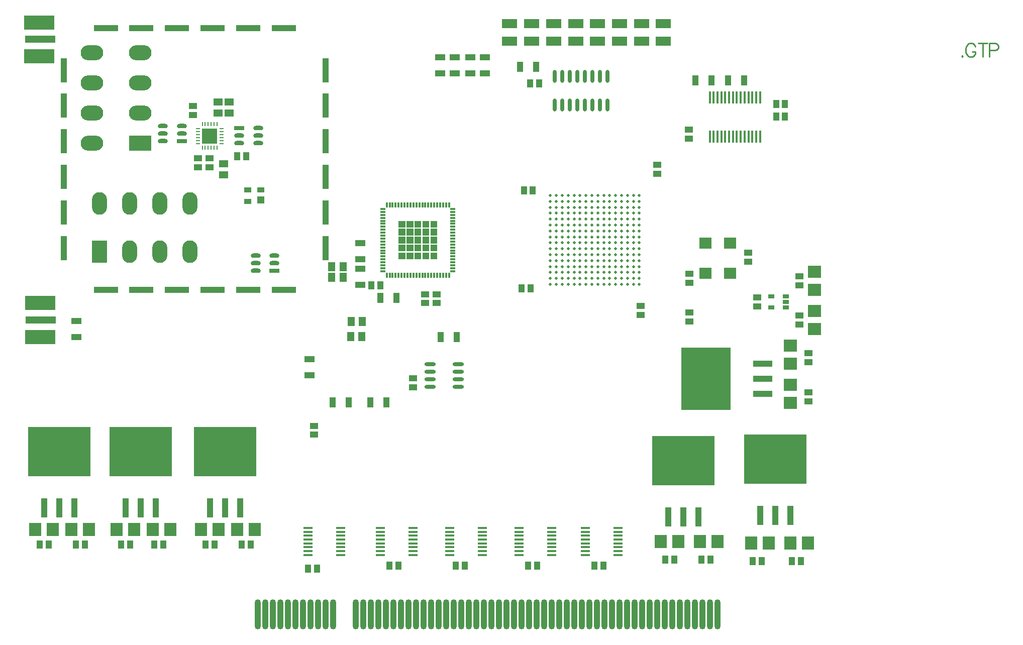
<source format=gtp>
%FSAX25Y25*%
%MOIN*%
G70*
G01*
G75*
G04 Layer_Color=8421504*
%ADD10R,0.05118X0.05906*%
%ADD11R,0.10000X0.15000*%
%ADD12O,0.10000X0.15000*%
%ADD13R,0.15000X0.10000*%
%ADD14O,0.15000X0.10000*%
%ADD15R,0.20000X0.09500*%
%ADD16R,0.20000X0.04500*%
%ADD17R,0.04331X0.05512*%
%ADD18R,0.05512X0.04331*%
%ADD19R,0.08661X0.07874*%
%ADD20R,0.04331X0.06693*%
%ADD21R,0.01575X0.08465*%
%ADD22R,0.01575X0.08465*%
%ADD23R,0.06693X0.04331*%
%ADD24R,0.07874X0.08661*%
%ADD25R,0.08000X0.07200*%
%ADD26O,0.06500X0.03000*%
%ADD27R,0.06500X0.03000*%
%ADD28O,0.04000X0.20000*%
%ADD29R,0.01181X0.03169*%
%ADD30R,0.03169X0.01181*%
%ADD31R,0.26378X0.26378*%
%ADD32R,0.06496X0.01181*%
%ADD33R,0.41339X0.33071*%
%ADD34R,0.04134X0.12992*%
%ADD35R,0.33071X0.41339*%
%ADD36R,0.12992X0.04134*%
%ADD37R,0.04331X0.02559*%
%ADD38O,0.07480X0.02362*%
%ADD39C,0.01969*%
%ADD40O,0.02362X0.08661*%
%ADD41R,0.10236X0.05906*%
%ADD42R,0.05100X0.03500*%
%ADD43R,0.05100X0.04700*%
%ADD44R,0.04000X0.16000*%
%ADD45R,0.16000X0.04000*%
%ADD46R,0.05906X0.05118*%
%ADD47O,0.03150X0.00984*%
%ADD48O,0.00984X0.03150*%
%ADD49R,0.10236X0.10236*%
%ADD50C,0.00492*%
%ADD51C,0.03150*%
%ADD52C,0.00787*%
%ADD53C,0.01000*%
%ADD54C,0.01969*%
%ADD55C,0.01181*%
%ADD56C,0.01575*%
%ADD57C,0.02362*%
%ADD58C,0.03937*%
%ADD59C,0.00900*%
%ADD60R,0.05906X0.05906*%
%ADD61C,0.05906*%
%ADD62C,0.05000*%
%ADD63C,0.14961*%
%ADD64C,0.06299*%
%ADD65R,0.06299X0.06299*%
%ADD66C,0.02598*%
%ADD67R,0.05709X0.02165*%
%ADD68O,0.07874X0.01378*%
%ADD69C,0.00984*%
%ADD70C,0.00394*%
%ADD71C,0.00600*%
%ADD72C,0.00720*%
%ADD73C,0.00800*%
%ADD74C,0.00300*%
%ADD75R,0.00100X0.00100*%
G36*
X0247992Y0239484D02*
X0243504D01*
Y0243972D01*
X0247992D01*
Y0239484D01*
D02*
G37*
G36*
X0242717D02*
X0238228D01*
Y0243972D01*
X0242717D01*
Y0239484D01*
D02*
G37*
G36*
X0237441D02*
X0232953D01*
Y0243972D01*
X0237441D01*
Y0239484D01*
D02*
G37*
G36*
Y0244760D02*
X0232953D01*
Y0249248D01*
X0237441D01*
Y0244760D01*
D02*
G37*
G36*
X0232165D02*
X0227677D01*
Y0249248D01*
X0232165D01*
Y0244760D01*
D02*
G37*
G36*
X0253268Y0239484D02*
X0248780D01*
Y0243972D01*
X0253268D01*
Y0239484D01*
D02*
G37*
G36*
X0242717Y0234209D02*
X0238228D01*
Y0238697D01*
X0242717D01*
Y0234209D01*
D02*
G37*
G36*
X0237441D02*
X0232953D01*
Y0238697D01*
X0237441D01*
Y0234209D01*
D02*
G37*
G36*
X0232165D02*
X0227677D01*
Y0238697D01*
X0232165D01*
Y0234209D01*
D02*
G37*
G36*
Y0239484D02*
X0227677D01*
Y0243972D01*
X0232165D01*
Y0239484D01*
D02*
G37*
G36*
X0253268Y0234209D02*
X0248780D01*
Y0238697D01*
X0253268D01*
Y0234209D01*
D02*
G37*
G36*
X0247992D02*
X0243504D01*
Y0238697D01*
X0247992D01*
Y0234209D01*
D02*
G37*
G36*
X0242717Y0244760D02*
X0238228D01*
Y0249248D01*
X0242717D01*
Y0244760D01*
D02*
G37*
G36*
X0237441Y0255311D02*
X0232953D01*
Y0259799D01*
X0237441D01*
Y0255311D01*
D02*
G37*
G36*
X0232165D02*
X0227677D01*
Y0259799D01*
X0232165D01*
Y0255311D01*
D02*
G37*
G36*
X0253268Y0250035D02*
X0248780D01*
Y0254524D01*
X0253268D01*
Y0250035D01*
D02*
G37*
G36*
Y0255311D02*
X0248780D01*
Y0259799D01*
X0253268D01*
Y0255311D01*
D02*
G37*
G36*
X0247992D02*
X0243504D01*
Y0259799D01*
X0247992D01*
Y0255311D01*
D02*
G37*
G36*
X0242717D02*
X0238228D01*
Y0259799D01*
X0242717D01*
Y0255311D01*
D02*
G37*
G36*
X0232165Y0250035D02*
X0227677D01*
Y0254524D01*
X0232165D01*
Y0250035D01*
D02*
G37*
G36*
X0253268Y0244760D02*
X0248780D01*
Y0249248D01*
X0253268D01*
Y0244760D01*
D02*
G37*
G36*
X0247992D02*
X0243504D01*
Y0249248D01*
X0247992D01*
Y0244760D01*
D02*
G37*
G36*
Y0250035D02*
X0243504D01*
Y0254524D01*
X0247992D01*
Y0250035D01*
D02*
G37*
G36*
X0242717D02*
X0238228D01*
Y0254524D01*
X0242717D01*
Y0250035D01*
D02*
G37*
G36*
X0237441D02*
X0232953D01*
Y0254524D01*
X0237441D01*
Y0250035D01*
D02*
G37*
D10*
X0190748Y0229429D02*
D03*
X0183268D02*
D03*
X0190748Y0222342D02*
D03*
X0183268D02*
D03*
X0203740Y0192815D02*
D03*
X0196260D02*
D03*
X0203346Y0182972D02*
D03*
X0195866D02*
D03*
D11*
X0029134Y0239272D02*
D03*
D12*
X0049134D02*
D03*
X0069134D02*
D03*
X0089134D02*
D03*
X0029134Y0271272D02*
D03*
X0049134D02*
D03*
X0069134D02*
D03*
X0089134D02*
D03*
D13*
X0056299Y0311319D02*
D03*
D14*
Y0331319D02*
D03*
Y0351319D02*
D03*
Y0371319D02*
D03*
X0024299Y0311319D02*
D03*
Y0331319D02*
D03*
Y0351319D02*
D03*
Y0371319D02*
D03*
D15*
X-0010591Y0368878D02*
D03*
Y0391398D02*
D03*
X-0010197Y0182658D02*
D03*
Y0205177D02*
D03*
D16*
X-0010191Y0380239D02*
D03*
X-0009797Y0194019D02*
D03*
D17*
X0309252Y0214862D02*
D03*
X0315158D02*
D03*
X0129425Y0045004D02*
D03*
X0123520D02*
D03*
X0099520Y0045004D02*
D03*
X0105425D02*
D03*
X0071425Y0045004D02*
D03*
X0065520D02*
D03*
X0043520Y0045004D02*
D03*
X0049425D02*
D03*
X0019425Y0045004D02*
D03*
X0013520D02*
D03*
X-0010480Y0045004D02*
D03*
X-0004575D02*
D03*
X0484055Y0337303D02*
D03*
X0478150D02*
D03*
X0478150Y0329035D02*
D03*
X0484055D02*
D03*
X0494425Y0034004D02*
D03*
X0488520D02*
D03*
X0462520Y0034004D02*
D03*
X0468425D02*
D03*
X0434425Y0035004D02*
D03*
X0428520D02*
D03*
X0404520Y0035004D02*
D03*
X0410425D02*
D03*
X0357520Y0031004D02*
D03*
X0363425D02*
D03*
X0313520D02*
D03*
X0319425D02*
D03*
X0265520D02*
D03*
X0271425D02*
D03*
X0221520D02*
D03*
X0227425D02*
D03*
X0167520Y0029004D02*
D03*
X0173425D02*
D03*
X0310827Y0279823D02*
D03*
X0316732D02*
D03*
X0209520Y0217004D02*
D03*
X0215425D02*
D03*
X0320866Y0350886D02*
D03*
X0314961D02*
D03*
X0126575Y0302658D02*
D03*
X0120669D02*
D03*
D18*
X0388189Y0197343D02*
D03*
Y0203248D02*
D03*
X0493740Y0196929D02*
D03*
Y0191024D02*
D03*
X0493740Y0217024D02*
D03*
Y0222929D02*
D03*
X0465740Y0203024D02*
D03*
Y0208929D02*
D03*
X0459449Y0238681D02*
D03*
Y0232776D02*
D03*
X0420472Y0224508D02*
D03*
Y0218602D02*
D03*
X0420079Y0320177D02*
D03*
Y0314272D02*
D03*
X0171653Y0123721D02*
D03*
Y0117815D02*
D03*
X0237402Y0155217D02*
D03*
Y0149311D02*
D03*
X0499520Y0171929D02*
D03*
Y0166024D02*
D03*
X0499520Y0140024D02*
D03*
Y0145929D02*
D03*
X0399213Y0296949D02*
D03*
Y0291043D02*
D03*
X0420472Y0198917D02*
D03*
Y0193012D02*
D03*
X0245276Y0205217D02*
D03*
Y0211122D02*
D03*
X0252756Y0211122D02*
D03*
Y0205217D02*
D03*
X0091339Y0335925D02*
D03*
Y0330020D02*
D03*
X0094488Y0295374D02*
D03*
Y0301279D02*
D03*
X0102362Y0301279D02*
D03*
Y0295374D02*
D03*
D19*
X0487520Y0165071D02*
D03*
Y0176882D02*
D03*
Y0150882D02*
D03*
Y0139071D02*
D03*
X0503740Y0188071D02*
D03*
Y0199882D02*
D03*
Y0225882D02*
D03*
Y0214071D02*
D03*
D20*
X0446260Y0353051D02*
D03*
X0456890D02*
D03*
X0435236D02*
D03*
X0424606D02*
D03*
X0194685Y0139272D02*
D03*
X0184055D02*
D03*
X0219488D02*
D03*
X0208858D02*
D03*
X0266339Y0182579D02*
D03*
X0255709D02*
D03*
X0226181Y0208563D02*
D03*
X0215551D02*
D03*
X0308268Y0361910D02*
D03*
X0318898D02*
D03*
D21*
X0434154Y0315748D02*
D03*
D22*
X0436713D02*
D03*
X0439272D02*
D03*
X0441831D02*
D03*
X0444390D02*
D03*
X0446949D02*
D03*
X0449508D02*
D03*
X0452067D02*
D03*
X0454626D02*
D03*
X0457185D02*
D03*
X0459744D02*
D03*
X0462303D02*
D03*
X0464862D02*
D03*
X0467421D02*
D03*
X0434154Y0341535D02*
D03*
X0436713D02*
D03*
X0439272D02*
D03*
X0441831D02*
D03*
X0444390D02*
D03*
X0446949D02*
D03*
X0449508D02*
D03*
X0452067D02*
D03*
X0454626D02*
D03*
X0457185D02*
D03*
X0459744D02*
D03*
X0462303D02*
D03*
X0464862D02*
D03*
X0467421D02*
D03*
D23*
X0285039Y0368209D02*
D03*
Y0357579D02*
D03*
X0275197Y0368209D02*
D03*
Y0357579D02*
D03*
X0264961Y0368209D02*
D03*
Y0357579D02*
D03*
X0255118Y0368209D02*
D03*
Y0357579D02*
D03*
X0168504Y0157185D02*
D03*
Y0167815D02*
D03*
X0202362Y0234350D02*
D03*
Y0244980D02*
D03*
Y0217421D02*
D03*
Y0228051D02*
D03*
X0013780Y0182776D02*
D03*
Y0193405D02*
D03*
D24*
X0108378Y0055004D02*
D03*
X0096567D02*
D03*
X0120567D02*
D03*
X0132378D02*
D03*
X0064567D02*
D03*
X0076378D02*
D03*
X0052378D02*
D03*
X0040567D02*
D03*
X0010567D02*
D03*
X0022378D02*
D03*
X-0001622D02*
D03*
X-0013433D02*
D03*
X0473378Y0046004D02*
D03*
X0461567D02*
D03*
X0413378Y0047004D02*
D03*
X0401567D02*
D03*
X0427567D02*
D03*
X0439378D02*
D03*
X0487567Y0046004D02*
D03*
X0499378D02*
D03*
D25*
X0431138Y0245098D02*
D03*
X0447638D02*
D03*
X0431138Y0225098D02*
D03*
X0447638D02*
D03*
D26*
X0071358Y0322500D02*
D03*
Y0317500D02*
D03*
Y0312500D02*
D03*
X0083858Y0322500D02*
D03*
Y0317500D02*
D03*
X0122047Y0316161D02*
D03*
Y0311161D02*
D03*
X0134547Y0321161D02*
D03*
Y0316161D02*
D03*
Y0311161D02*
D03*
X0145276Y0231673D02*
D03*
Y0236673D02*
D03*
X0132776Y0226673D02*
D03*
Y0231673D02*
D03*
Y0236673D02*
D03*
D27*
X0083858Y0312500D02*
D03*
X0122047Y0321161D02*
D03*
X0145276Y0226673D02*
D03*
D28*
X0134272Y-0001496D02*
D03*
X0139272D02*
D03*
X0439272D02*
D03*
X0434272D02*
D03*
X0429272D02*
D03*
X0424272D02*
D03*
X0419272D02*
D03*
X0414272D02*
D03*
X0409272D02*
D03*
X0404272D02*
D03*
X0399272D02*
D03*
X0394272D02*
D03*
X0389272D02*
D03*
X0384272D02*
D03*
X0379272D02*
D03*
X0374272D02*
D03*
X0369272D02*
D03*
X0364272D02*
D03*
X0359272D02*
D03*
X0354272D02*
D03*
X0349272D02*
D03*
X0344272D02*
D03*
X0339272D02*
D03*
X0334272D02*
D03*
X0329272D02*
D03*
X0324272D02*
D03*
X0319272D02*
D03*
X0314272D02*
D03*
X0309272D02*
D03*
X0304272D02*
D03*
X0299272D02*
D03*
X0294272D02*
D03*
X0289272D02*
D03*
X0284272D02*
D03*
X0279272D02*
D03*
X0274272D02*
D03*
X0269272D02*
D03*
X0264272D02*
D03*
X0259272D02*
D03*
X0254272D02*
D03*
X0249272D02*
D03*
X0244272D02*
D03*
X0239272D02*
D03*
X0234272D02*
D03*
X0229272D02*
D03*
X0224272D02*
D03*
X0219272D02*
D03*
X0214272D02*
D03*
X0209272D02*
D03*
X0204272D02*
D03*
X0199272D02*
D03*
X0184272D02*
D03*
X0179272D02*
D03*
X0174272D02*
D03*
X0169272D02*
D03*
X0164272D02*
D03*
X0159272D02*
D03*
X0154272D02*
D03*
X0149272D02*
D03*
X0144272D02*
D03*
D29*
X0261142Y0270242D02*
D03*
X0259173D02*
D03*
X0257205D02*
D03*
X0255236D02*
D03*
X0253268D02*
D03*
X0251299D02*
D03*
X0249331D02*
D03*
X0247362D02*
D03*
X0245394D02*
D03*
X0243425D02*
D03*
X0241457D02*
D03*
X0239488D02*
D03*
X0237520D02*
D03*
X0235551D02*
D03*
X0233583D02*
D03*
X0231614D02*
D03*
X0229646D02*
D03*
X0227677D02*
D03*
X0225709D02*
D03*
X0223740D02*
D03*
X0221772D02*
D03*
X0219803D02*
D03*
Y0223766D02*
D03*
X0221772D02*
D03*
X0223740D02*
D03*
X0225709D02*
D03*
X0227677D02*
D03*
X0229646D02*
D03*
X0231614D02*
D03*
X0233583D02*
D03*
X0235551D02*
D03*
X0237520D02*
D03*
X0239488D02*
D03*
X0241457D02*
D03*
X0243425D02*
D03*
X0245394D02*
D03*
X0247362D02*
D03*
X0249331D02*
D03*
X0251299D02*
D03*
X0253268D02*
D03*
X0255236D02*
D03*
X0257205D02*
D03*
X0259173D02*
D03*
X0261142D02*
D03*
D30*
X0217235Y0267673D02*
D03*
Y0265705D02*
D03*
Y0263736D02*
D03*
Y0261768D02*
D03*
Y0259799D02*
D03*
Y0257831D02*
D03*
Y0255862D02*
D03*
Y0253894D02*
D03*
Y0251925D02*
D03*
Y0249957D02*
D03*
Y0247988D02*
D03*
Y0246020D02*
D03*
Y0244051D02*
D03*
Y0242083D02*
D03*
Y0240114D02*
D03*
Y0238146D02*
D03*
Y0236177D02*
D03*
Y0234209D02*
D03*
Y0232240D02*
D03*
Y0230272D02*
D03*
Y0228303D02*
D03*
Y0226335D02*
D03*
X0263710D02*
D03*
Y0228303D02*
D03*
Y0230272D02*
D03*
Y0232240D02*
D03*
Y0234209D02*
D03*
Y0236177D02*
D03*
Y0238146D02*
D03*
Y0240114D02*
D03*
Y0242083D02*
D03*
Y0244051D02*
D03*
Y0246020D02*
D03*
Y0247988D02*
D03*
Y0249957D02*
D03*
Y0251925D02*
D03*
Y0253894D02*
D03*
Y0255862D02*
D03*
Y0257831D02*
D03*
Y0259799D02*
D03*
Y0261768D02*
D03*
Y0263736D02*
D03*
Y0265705D02*
D03*
Y0267673D02*
D03*
D32*
X0261547Y0055961D02*
D03*
Y0053401D02*
D03*
Y0050842D02*
D03*
Y0048283D02*
D03*
Y0045724D02*
D03*
Y0043165D02*
D03*
Y0040606D02*
D03*
Y0038047D02*
D03*
X0283398Y0055961D02*
D03*
Y0053401D02*
D03*
Y0050842D02*
D03*
Y0048283D02*
D03*
Y0045724D02*
D03*
Y0043165D02*
D03*
Y0040606D02*
D03*
Y0038047D02*
D03*
X0215547Y0055961D02*
D03*
Y0053401D02*
D03*
Y0050842D02*
D03*
Y0048283D02*
D03*
Y0045724D02*
D03*
Y0043165D02*
D03*
Y0040606D02*
D03*
Y0038047D02*
D03*
X0237398Y0055961D02*
D03*
Y0053401D02*
D03*
Y0050842D02*
D03*
Y0048283D02*
D03*
Y0045724D02*
D03*
Y0043165D02*
D03*
Y0040606D02*
D03*
Y0038047D02*
D03*
X0167547Y0055961D02*
D03*
Y0053401D02*
D03*
Y0050842D02*
D03*
Y0048283D02*
D03*
Y0045724D02*
D03*
Y0043165D02*
D03*
Y0040606D02*
D03*
Y0038047D02*
D03*
X0189398Y0055961D02*
D03*
Y0053401D02*
D03*
Y0050842D02*
D03*
Y0048283D02*
D03*
Y0045724D02*
D03*
Y0043165D02*
D03*
Y0040606D02*
D03*
Y0038047D02*
D03*
X0307547Y0055961D02*
D03*
Y0053401D02*
D03*
Y0050842D02*
D03*
Y0048283D02*
D03*
Y0045724D02*
D03*
Y0043165D02*
D03*
Y0040606D02*
D03*
Y0038047D02*
D03*
X0329398Y0055961D02*
D03*
Y0053401D02*
D03*
Y0050842D02*
D03*
Y0048283D02*
D03*
Y0045724D02*
D03*
Y0043165D02*
D03*
Y0040606D02*
D03*
Y0038047D02*
D03*
X0351547Y0055961D02*
D03*
Y0053401D02*
D03*
Y0050842D02*
D03*
Y0048283D02*
D03*
Y0045724D02*
D03*
Y0043165D02*
D03*
Y0040606D02*
D03*
Y0038047D02*
D03*
X0373398Y0055961D02*
D03*
Y0053401D02*
D03*
Y0050842D02*
D03*
Y0048283D02*
D03*
Y0045724D02*
D03*
Y0043165D02*
D03*
Y0040606D02*
D03*
Y0038047D02*
D03*
D33*
X0477472Y0101784D02*
D03*
X0056472Y0106783D02*
D03*
X0112472D02*
D03*
X0002472D02*
D03*
X0416472Y0100784D02*
D03*
D34*
X0487472Y0064185D02*
D03*
X0477472D02*
D03*
X0467472D02*
D03*
X0066472Y0069185D02*
D03*
X0056472D02*
D03*
X0046472D02*
D03*
X0122472D02*
D03*
X0112472D02*
D03*
X0102472D02*
D03*
X0012472D02*
D03*
X0002472D02*
D03*
X-0007528D02*
D03*
X0426472Y0063185D02*
D03*
X0416472D02*
D03*
X0406472D02*
D03*
D35*
X0431740Y0154976D02*
D03*
D36*
X0469339Y0164976D02*
D03*
Y0154976D02*
D03*
Y0144976D02*
D03*
D37*
X0475016Y0202236D02*
D03*
Y0209717D02*
D03*
X0484465D02*
D03*
Y0205976D02*
D03*
Y0202236D02*
D03*
D38*
X0267126Y0149488D02*
D03*
Y0154488D02*
D03*
Y0159488D02*
D03*
Y0164488D02*
D03*
X0248622Y0149488D02*
D03*
Y0154488D02*
D03*
Y0159488D02*
D03*
Y0164488D02*
D03*
D39*
X0328346Y0217618D02*
D03*
Y0221555D02*
D03*
Y0225492D02*
D03*
Y0229429D02*
D03*
Y0233366D02*
D03*
Y0237303D02*
D03*
Y0241240D02*
D03*
Y0245177D02*
D03*
Y0249114D02*
D03*
Y0253051D02*
D03*
Y0256988D02*
D03*
Y0260925D02*
D03*
Y0264862D02*
D03*
Y0268799D02*
D03*
Y0272736D02*
D03*
Y0276673D02*
D03*
X0332283Y0217618D02*
D03*
Y0221555D02*
D03*
Y0225492D02*
D03*
Y0229429D02*
D03*
Y0233366D02*
D03*
Y0237303D02*
D03*
Y0241240D02*
D03*
Y0245177D02*
D03*
Y0249114D02*
D03*
Y0253051D02*
D03*
Y0256988D02*
D03*
Y0260925D02*
D03*
Y0264862D02*
D03*
Y0268799D02*
D03*
Y0272736D02*
D03*
Y0276673D02*
D03*
X0336221Y0217618D02*
D03*
Y0221555D02*
D03*
Y0225492D02*
D03*
Y0229429D02*
D03*
Y0233366D02*
D03*
Y0237303D02*
D03*
Y0241240D02*
D03*
Y0245177D02*
D03*
Y0249114D02*
D03*
Y0253051D02*
D03*
Y0256988D02*
D03*
Y0260925D02*
D03*
Y0264862D02*
D03*
Y0268799D02*
D03*
Y0272736D02*
D03*
Y0276673D02*
D03*
X0340158Y0217618D02*
D03*
Y0221555D02*
D03*
Y0225492D02*
D03*
Y0229429D02*
D03*
Y0233366D02*
D03*
Y0237303D02*
D03*
Y0241240D02*
D03*
Y0245177D02*
D03*
Y0249114D02*
D03*
Y0253051D02*
D03*
Y0256988D02*
D03*
Y0260925D02*
D03*
Y0264862D02*
D03*
Y0268799D02*
D03*
Y0272736D02*
D03*
Y0276673D02*
D03*
X0344094Y0217618D02*
D03*
Y0221555D02*
D03*
Y0225492D02*
D03*
Y0229429D02*
D03*
Y0233366D02*
D03*
Y0237303D02*
D03*
Y0241240D02*
D03*
Y0245177D02*
D03*
Y0249114D02*
D03*
Y0253051D02*
D03*
Y0256988D02*
D03*
Y0260925D02*
D03*
Y0264862D02*
D03*
Y0268799D02*
D03*
Y0272736D02*
D03*
Y0276673D02*
D03*
X0348031Y0217618D02*
D03*
Y0221555D02*
D03*
Y0225492D02*
D03*
Y0229429D02*
D03*
Y0233366D02*
D03*
Y0237303D02*
D03*
Y0241240D02*
D03*
Y0245177D02*
D03*
Y0249114D02*
D03*
Y0253051D02*
D03*
Y0256988D02*
D03*
Y0260925D02*
D03*
Y0264862D02*
D03*
Y0268799D02*
D03*
Y0272736D02*
D03*
Y0276673D02*
D03*
X0351969Y0217618D02*
D03*
Y0221555D02*
D03*
Y0225492D02*
D03*
Y0229429D02*
D03*
Y0233366D02*
D03*
Y0237303D02*
D03*
Y0241240D02*
D03*
Y0245177D02*
D03*
Y0249114D02*
D03*
Y0253051D02*
D03*
Y0256988D02*
D03*
Y0260925D02*
D03*
Y0264862D02*
D03*
Y0268799D02*
D03*
Y0272736D02*
D03*
Y0276673D02*
D03*
X0355906Y0217618D02*
D03*
Y0221555D02*
D03*
Y0225492D02*
D03*
Y0229429D02*
D03*
Y0233366D02*
D03*
Y0237303D02*
D03*
Y0241240D02*
D03*
Y0245177D02*
D03*
Y0249114D02*
D03*
Y0253051D02*
D03*
Y0256988D02*
D03*
Y0260925D02*
D03*
Y0264862D02*
D03*
Y0268799D02*
D03*
Y0272736D02*
D03*
Y0276673D02*
D03*
X0359842Y0217618D02*
D03*
Y0221555D02*
D03*
Y0225492D02*
D03*
Y0229429D02*
D03*
Y0233366D02*
D03*
Y0237303D02*
D03*
Y0241240D02*
D03*
Y0245177D02*
D03*
Y0249114D02*
D03*
Y0253051D02*
D03*
Y0256988D02*
D03*
Y0260925D02*
D03*
Y0264862D02*
D03*
Y0268799D02*
D03*
Y0272736D02*
D03*
Y0276673D02*
D03*
X0363779Y0217618D02*
D03*
Y0221555D02*
D03*
Y0225492D02*
D03*
Y0229429D02*
D03*
Y0233366D02*
D03*
Y0237303D02*
D03*
Y0241240D02*
D03*
Y0245177D02*
D03*
Y0249114D02*
D03*
Y0253051D02*
D03*
Y0256988D02*
D03*
Y0260925D02*
D03*
Y0264862D02*
D03*
Y0268799D02*
D03*
Y0272736D02*
D03*
Y0276673D02*
D03*
X0367717Y0217618D02*
D03*
Y0221555D02*
D03*
Y0225492D02*
D03*
Y0229429D02*
D03*
Y0233366D02*
D03*
Y0237303D02*
D03*
Y0241240D02*
D03*
Y0245177D02*
D03*
Y0249114D02*
D03*
Y0253051D02*
D03*
Y0256988D02*
D03*
Y0260925D02*
D03*
Y0264862D02*
D03*
Y0268799D02*
D03*
Y0272736D02*
D03*
Y0276673D02*
D03*
X0371654Y0217618D02*
D03*
Y0221555D02*
D03*
Y0225492D02*
D03*
Y0229429D02*
D03*
Y0233366D02*
D03*
Y0237303D02*
D03*
Y0241240D02*
D03*
Y0245177D02*
D03*
Y0249114D02*
D03*
Y0253051D02*
D03*
Y0256988D02*
D03*
Y0260925D02*
D03*
Y0264862D02*
D03*
Y0268799D02*
D03*
Y0272736D02*
D03*
Y0276673D02*
D03*
X0375590Y0217618D02*
D03*
Y0221555D02*
D03*
Y0225492D02*
D03*
Y0229429D02*
D03*
Y0233366D02*
D03*
Y0237303D02*
D03*
Y0241240D02*
D03*
Y0245177D02*
D03*
Y0249114D02*
D03*
Y0253051D02*
D03*
Y0256988D02*
D03*
Y0260925D02*
D03*
Y0264862D02*
D03*
Y0268799D02*
D03*
Y0272736D02*
D03*
Y0276673D02*
D03*
X0379528Y0217618D02*
D03*
Y0221555D02*
D03*
Y0225492D02*
D03*
Y0229429D02*
D03*
Y0233366D02*
D03*
Y0237303D02*
D03*
Y0241240D02*
D03*
Y0245177D02*
D03*
Y0249114D02*
D03*
Y0253051D02*
D03*
Y0256988D02*
D03*
Y0260925D02*
D03*
Y0264862D02*
D03*
Y0268799D02*
D03*
Y0272736D02*
D03*
Y0276673D02*
D03*
X0383465Y0217618D02*
D03*
Y0221555D02*
D03*
Y0225492D02*
D03*
Y0229429D02*
D03*
Y0233366D02*
D03*
Y0237303D02*
D03*
Y0241240D02*
D03*
Y0245177D02*
D03*
Y0249114D02*
D03*
Y0253051D02*
D03*
Y0256988D02*
D03*
Y0260925D02*
D03*
Y0264862D02*
D03*
Y0268799D02*
D03*
Y0272736D02*
D03*
Y0276673D02*
D03*
X0387402Y0217618D02*
D03*
Y0221555D02*
D03*
Y0225492D02*
D03*
Y0229429D02*
D03*
Y0233366D02*
D03*
Y0237303D02*
D03*
Y0241240D02*
D03*
Y0245177D02*
D03*
Y0249114D02*
D03*
Y0253051D02*
D03*
Y0256988D02*
D03*
Y0260925D02*
D03*
Y0264862D02*
D03*
Y0268799D02*
D03*
Y0272736D02*
D03*
Y0276673D02*
D03*
D40*
X0331122Y0336713D02*
D03*
X0336122D02*
D03*
X0341122D02*
D03*
X0346122D02*
D03*
X0351122D02*
D03*
X0356122D02*
D03*
X0361122D02*
D03*
X0366122D02*
D03*
X0331122Y0355610D02*
D03*
X0336122D02*
D03*
X0341122D02*
D03*
X0346122D02*
D03*
X0351122D02*
D03*
X0356122D02*
D03*
X0361122D02*
D03*
X0366122D02*
D03*
D41*
X0301378Y0390650D02*
D03*
Y0378839D02*
D03*
X0315945Y0390650D02*
D03*
Y0378839D02*
D03*
X0330512Y0390650D02*
D03*
Y0378839D02*
D03*
X0345079Y0390650D02*
D03*
Y0378839D02*
D03*
X0359646Y0390650D02*
D03*
Y0378839D02*
D03*
X0374213Y0390650D02*
D03*
Y0378839D02*
D03*
X0388779Y0390650D02*
D03*
Y0378839D02*
D03*
X0403346Y0390650D02*
D03*
Y0378839D02*
D03*
D42*
X0136259Y0280236D02*
D03*
X0127559D02*
D03*
Y0272736D02*
D03*
D43*
X0136259Y0273536D02*
D03*
D44*
X0005512Y0359744D02*
D03*
Y0336144D02*
D03*
Y0312544D02*
D03*
Y0288944D02*
D03*
Y0265344D02*
D03*
Y0241744D02*
D03*
X0179312D02*
D03*
Y0265344D02*
D03*
Y0288944D02*
D03*
Y0312544D02*
D03*
Y0336144D02*
D03*
Y0359744D02*
D03*
D45*
X0033412Y0213844D02*
D03*
X0057012D02*
D03*
X0080612D02*
D03*
X0104212D02*
D03*
X0127812D02*
D03*
X0151412D02*
D03*
Y0387644D02*
D03*
X0127812D02*
D03*
X0104212D02*
D03*
X0080612D02*
D03*
X0057012D02*
D03*
X0033412D02*
D03*
D46*
X0115354Y0331201D02*
D03*
Y0338681D02*
D03*
X0107874Y0331201D02*
D03*
Y0338681D02*
D03*
X0111417Y0290256D02*
D03*
Y0297736D02*
D03*
D47*
X0110236Y0311122D02*
D03*
Y0313090D02*
D03*
Y0315059D02*
D03*
Y0317028D02*
D03*
Y0318996D02*
D03*
Y0320965D02*
D03*
X0094488D02*
D03*
Y0318996D02*
D03*
Y0317028D02*
D03*
Y0315059D02*
D03*
Y0313090D02*
D03*
Y0311122D02*
D03*
D48*
X0107283Y0323917D02*
D03*
X0105315D02*
D03*
X0103347D02*
D03*
X0101378D02*
D03*
X0099409D02*
D03*
X0097441D02*
D03*
Y0308169D02*
D03*
X0099409D02*
D03*
X0101378D02*
D03*
X0103347D02*
D03*
X0105315D02*
D03*
X0107283D02*
D03*
D49*
X0102362Y0316043D02*
D03*
D59*
X0601511Y0369459D02*
X0601083Y0369031D01*
X0601511Y0368602D01*
X0601940Y0369031D01*
X0601511Y0369459D01*
X0610338Y0375458D02*
X0609909Y0376315D01*
X0609052Y0377172D01*
X0608195Y0377600D01*
X0606482D01*
X0605625Y0377172D01*
X0604768Y0376315D01*
X0604339Y0375458D01*
X0603911Y0374173D01*
Y0372030D01*
X0604339Y0370745D01*
X0604768Y0369888D01*
X0605625Y0369031D01*
X0606482Y0368602D01*
X0608195D01*
X0609052Y0369031D01*
X0609909Y0369888D01*
X0610338Y0370745D01*
Y0372030D01*
X0608195D02*
X0610338D01*
X0615394Y0377600D02*
Y0368602D01*
X0612395Y0377600D02*
X0618393D01*
X0619464Y0372887D02*
X0623321D01*
X0624606Y0373316D01*
X0625035Y0373744D01*
X0625463Y0374601D01*
Y0375887D01*
X0625035Y0376744D01*
X0624606Y0377172D01*
X0623321Y0377600D01*
X0619464D01*
Y0368602D01*
D75*
X0240472Y0247004D02*
D03*
M02*

</source>
